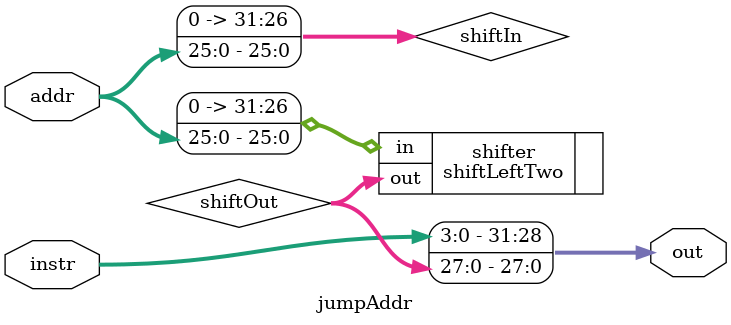
<source format=v>
`timescale 1ns / 1ps
`default_nettype none //helps catch typo-related bugs
module jumpAddr(addr, instr, out);

	//parameter definitions

	//port definitions - customize for different bit widths
	input wire [25:0] addr;
	input wire [3:0] instr;
	output wire [31:0] out;
	
	wire [31:0] shiftIn;
	wire [31:0] shiftOut;
	
   assign shiftIn[0] = addr[0];
   assign shiftIn[1] = addr[1];
   assign shiftIn[2] = addr[2];
   assign shiftIn[3] = addr[3];
   assign shiftIn[4] = addr[4];
   assign shiftIn[5] = addr[5];
   assign shiftIn[6] = addr[6];
   assign shiftIn[7] = addr[7];
   assign shiftIn[8] = addr[8];
   assign shiftIn[9] = addr[9];
   assign shiftIn[10] = addr[10];
   assign shiftIn[11] = addr[11];
   assign shiftIn[12] = addr[12];
   assign shiftIn[13] = addr[13];
   assign shiftIn[14] = addr[14];
   assign shiftIn[15] = addr[15];
   assign shiftIn[16] = addr[16];
   assign shiftIn[17] = addr[17];
   assign shiftIn[18] = addr[18];
   assign shiftIn[19] = addr[19];
   assign shiftIn[20] = addr[20];
   assign shiftIn[21] = addr[21];
   assign shiftIn[22] = addr[22];
   assign shiftIn[23] = addr[23];
   assign shiftIn[24] = addr[24];
   assign shiftIn[25] = addr[25];
	assign shiftIn[26] = 0;
	assign shiftIn[27] = 0;
	assign shiftIn[28] = 0;
	assign shiftIn[29] = 0;
	assign shiftIn[30] = 0;
	assign shiftIn[31] = 0;
	
	shiftLeftTwo shifter (.in(shiftIn), .out(shiftOut));
	
   assign out[0] = shiftOut[0];
   assign out[1] = shiftOut[1];
   assign out[2] = shiftOut[2];
   assign out[3] = shiftOut[3];
   assign out[4] = shiftOut[4];
   assign out[5] = shiftOut[5];
   assign out[6] = shiftOut[6];
   assign out[7] = shiftOut[7];
   assign out[8] = shiftOut[8];
   assign out[9] = shiftOut[9];
   assign out[10] = shiftOut[10];
   assign out[11] = shiftOut[11];
   assign out[12] = shiftOut[12];
   assign out[13] = shiftOut[13];
   assign out[14] = shiftOut[14];
   assign out[15] = shiftOut[15];
   assign out[16] = shiftOut[16];
   assign out[17] = shiftOut[17];
   assign out[18] = shiftOut[18];
   assign out[19] = shiftOut[19];
   assign out[20] = shiftOut[20];
   assign out[21] = shiftOut[21];
   assign out[22] = shiftOut[22];
   assign out[23] = shiftOut[23];
   assign out[24] = shiftOut[24];
   assign out[25] = shiftOut[25];
   assign out[26] = shiftOut[26];
   assign out[27] = shiftOut[27];
	assign out[28] = instr[0];
	assign out[29] = instr[1];
	assign out[30] = instr[2];
	assign out[31] = instr[3];

endmodule
`default_nettype wire //some Xilinx IP requires that the default_nettype be set to wire

</source>
